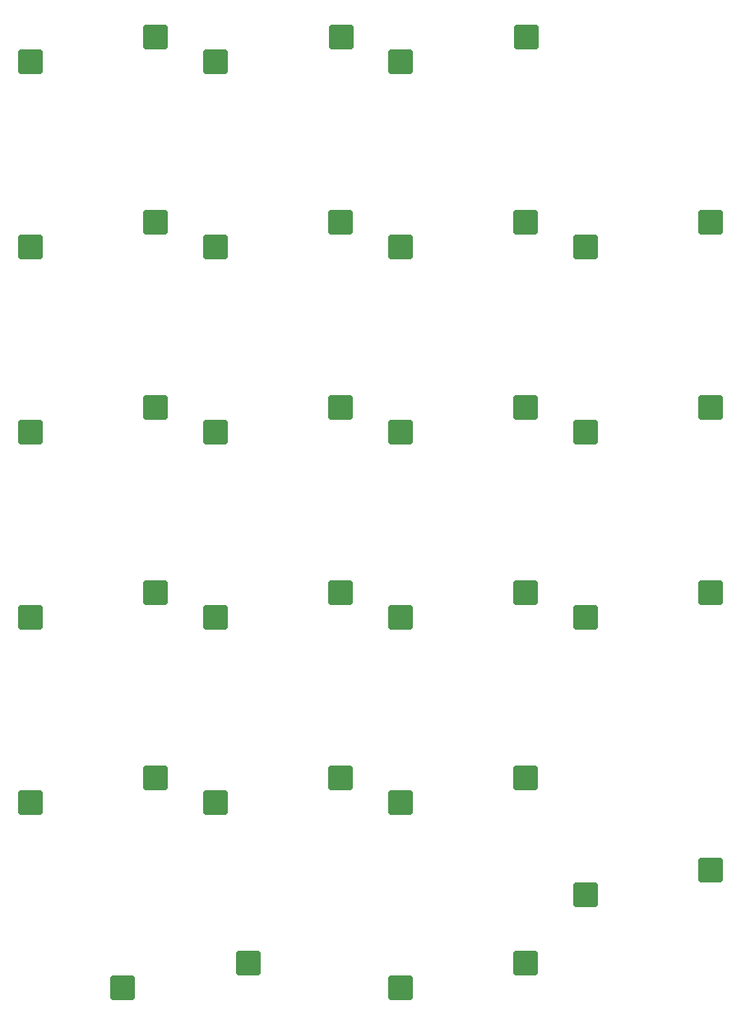
<source format=gbr>
%TF.GenerationSoftware,KiCad,Pcbnew,8.0.6*%
%TF.CreationDate,2024-12-08T22:14:42-05:00*%
%TF.ProjectId,kiCAD Keypad,6b694341-4420-44b6-9579-7061642e6b69,rev?*%
%TF.SameCoordinates,Original*%
%TF.FileFunction,Paste,Bot*%
%TF.FilePolarity,Positive*%
%FSLAX46Y46*%
G04 Gerber Fmt 4.6, Leading zero omitted, Abs format (unit mm)*
G04 Created by KiCad (PCBNEW 8.0.6) date 2024-12-08 22:14:42*
%MOMM*%
%LPD*%
G01*
G04 APERTURE LIST*
G04 Aperture macros list*
%AMRoundRect*
0 Rectangle with rounded corners*
0 $1 Rounding radius*
0 $2 $3 $4 $5 $6 $7 $8 $9 X,Y pos of 4 corners*
0 Add a 4 corners polygon primitive as box body*
4,1,4,$2,$3,$4,$5,$6,$7,$8,$9,$2,$3,0*
0 Add four circle primitives for the rounded corners*
1,1,$1+$1,$2,$3*
1,1,$1+$1,$4,$5*
1,1,$1+$1,$6,$7*
1,1,$1+$1,$8,$9*
0 Add four rect primitives between the rounded corners*
20,1,$1+$1,$2,$3,$4,$5,0*
20,1,$1+$1,$4,$5,$6,$7,0*
20,1,$1+$1,$6,$7,$8,$9,0*
20,1,$1+$1,$8,$9,$2,$3,0*%
G04 Aperture macros list end*
%ADD10RoundRect,0.250000X-1.025000X-1.000000X1.025000X-1.000000X1.025000X1.000000X-1.025000X1.000000X0*%
G04 APERTURE END LIST*
D10*
%TO.C,S8*%
X42603750Y-116522500D03*
X55530750Y-113982500D03*
%TD*%
%TO.C,S1*%
X42603750Y-78422500D03*
X55530750Y-75882500D03*
%TD*%
%TO.C,S21*%
X80703750Y-173672500D03*
X93630750Y-171132500D03*
%TD*%
%TO.C,S3*%
X80733750Y-78422500D03*
X93660750Y-75882500D03*
%TD*%
%TO.C,S12*%
X42603750Y-135572500D03*
X55530750Y-133032500D03*
%TD*%
%TO.C,S14*%
X80703750Y-135572500D03*
X93630750Y-133032500D03*
%TD*%
%TO.C,S6*%
X80703750Y-97472500D03*
X93630750Y-94932500D03*
%TD*%
%TO.C,S7*%
X99753750Y-97472500D03*
X112680750Y-94932500D03*
%TD*%
%TO.C,S13*%
X61653750Y-135572500D03*
X74580750Y-133032500D03*
%TD*%
%TO.C,S11*%
X99753750Y-116522500D03*
X112680750Y-113982500D03*
%TD*%
%TO.C,S2*%
X61683750Y-78422500D03*
X74610750Y-75882500D03*
%TD*%
%TO.C,S4*%
X42603750Y-97472500D03*
X55530750Y-94932500D03*
%TD*%
%TO.C,S5*%
X61653750Y-97472500D03*
X74580750Y-94932500D03*
%TD*%
%TO.C,S18*%
X80703750Y-154622500D03*
X93630750Y-152082500D03*
%TD*%
%TO.C,S20*%
X52128750Y-173672500D03*
X65055750Y-171132500D03*
%TD*%
%TO.C,S15*%
X99753750Y-135572500D03*
X112680750Y-133032500D03*
%TD*%
%TO.C,S17*%
X61653750Y-154622500D03*
X74580750Y-152082500D03*
%TD*%
%TO.C,S9*%
X61653750Y-116522500D03*
X74580750Y-113982500D03*
%TD*%
%TO.C,S10*%
X80703750Y-116522500D03*
X93630750Y-113982500D03*
%TD*%
%TO.C,S16*%
X42603750Y-154622500D03*
X55530750Y-152082500D03*
%TD*%
%TO.C,S19*%
X99753750Y-164147500D03*
X112680750Y-161607500D03*
%TD*%
M02*

</source>
